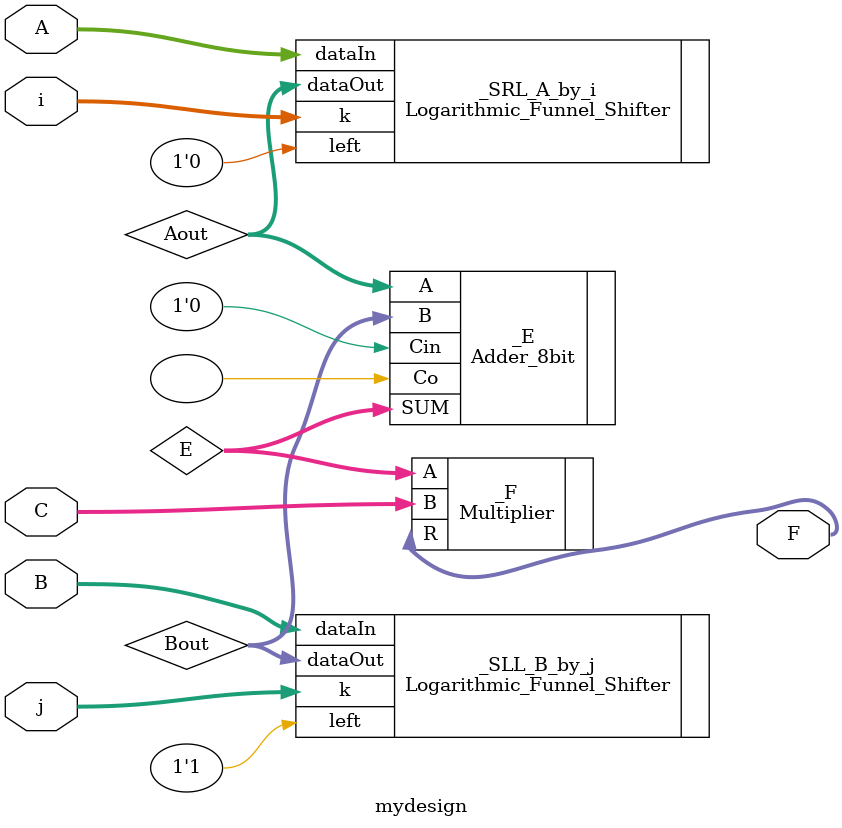
<source format=v>

module mydesign ( A, B, C, i, j, F);

    // This is an implementation of this equations
    // E =( A / 2^i ) +( B × 2^j ) 
    // F = E × C  
    // A, B, C and E are 8-bit unsigned numbers
    // i and j are 3-bit unsigned numbers
    // F is 16-bit unsigned number

    // Inputs 
    input [7:0] A;
    input [7:0] B;
    input [7:0] C;
    input [2:0] i;
    input [2:0] j;

    // Output 
    output [15:0] F;
    
    // Internal wires
    wire [7:0] Aout , Bout ;
    wire [7:0] E;
    
    // Shifting A by i bits to the right
    Logarithmic_Funnel_Shifter _SRL_A_by_i( .dataIn(A), .dataOut(Aout), .k(i), .left(1'b0) );
    
    // Shifting B by j bits to the left
    Logarithmic_Funnel_Shifter _SLL_B_by_j( .dataIn(B), .dataOut(Bout), .k(j), .left(1'b1) );

    // compute E
    Adder_8bit _E ( .A(Aout), .B(Bout), .Cin(1'b0), .SUM(E), .Co());

    // compute F
    Multiplier _F( .A(E), .B(C), .R(F) );
    
endmodule
</source>
